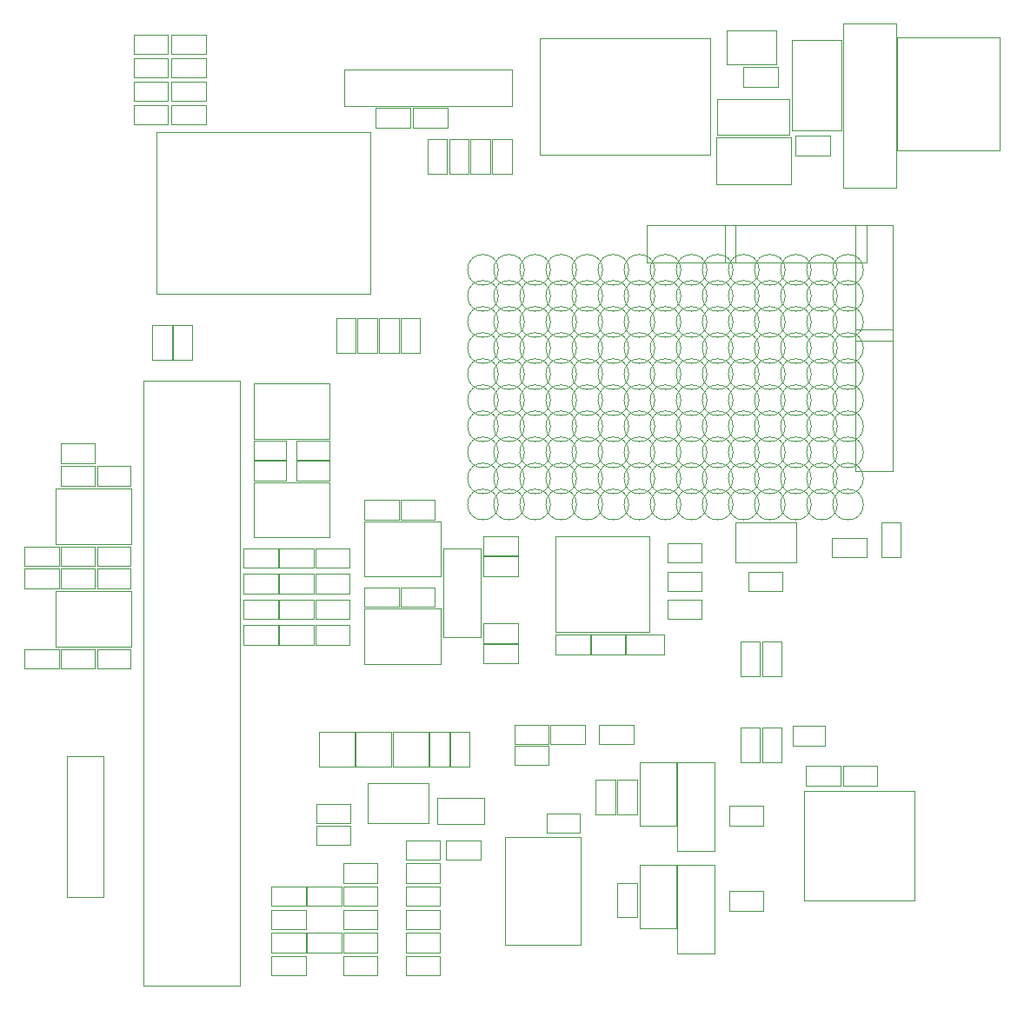
<source format=gbr>
%TF.GenerationSoftware,KiCad,Pcbnew,7.0.7*%
%TF.CreationDate,2024-01-30T18:09:48+01:00*%
%TF.ProjectId,v0.4.4c,76302e34-2e34-4632-9e6b-696361645f70,4c*%
%TF.SameCoordinates,Original*%
%TF.FileFunction,Other,User*%
%FSLAX46Y46*%
G04 Gerber Fmt 4.6, Leading zero omitted, Abs format (unit mm)*
G04 Created by KiCad (PCBNEW 7.0.7) date 2024-01-30 18:09:48*
%MOMM*%
%LPD*%
G01*
G04 APERTURE LIST*
%ADD10C,0.050000*%
%ADD11C,0.100000*%
G04 APERTURE END LIST*
D10*
X139520000Y-130450000D02*
X142880000Y-130450000D01*
X139520000Y-132350000D02*
X139520000Y-130450000D01*
X142880000Y-130450000D02*
X142880000Y-132350000D01*
X142880000Y-132350000D02*
X139520000Y-132350000D01*
X143920000Y-115650000D02*
X147280000Y-115650000D01*
X143920000Y-117550000D02*
X143920000Y-115650000D01*
X147280000Y-115650000D02*
X147280000Y-117550000D01*
X147280000Y-117550000D02*
X143920000Y-117550000D01*
X139520000Y-125950000D02*
X142880000Y-125950000D01*
X139520000Y-127850000D02*
X139520000Y-125950000D01*
X142880000Y-125950000D02*
X142880000Y-127850000D01*
X142880000Y-127850000D02*
X139520000Y-127850000D01*
X139520000Y-128200000D02*
X142880000Y-128200000D01*
X139520000Y-130100000D02*
X139520000Y-128200000D01*
X142880000Y-128200000D02*
X142880000Y-130100000D01*
X142880000Y-130100000D02*
X139520000Y-130100000D01*
X139520000Y-123700000D02*
X142880000Y-123700000D01*
X139520000Y-125600000D02*
X139520000Y-123700000D01*
X142880000Y-123700000D02*
X142880000Y-125600000D01*
X142880000Y-125600000D02*
X139520000Y-125600000D01*
X152620000Y-125950000D02*
X155980000Y-125950000D01*
X152620000Y-127850000D02*
X152620000Y-125950000D01*
X155980000Y-125950000D02*
X155980000Y-127850000D01*
X155980000Y-127850000D02*
X152620000Y-127850000D01*
X152620000Y-128200000D02*
X155980000Y-128200000D01*
X152620000Y-130100000D02*
X152620000Y-128200000D01*
X155980000Y-128200000D02*
X155980000Y-130100000D01*
X155980000Y-130100000D02*
X152620000Y-130100000D01*
X152620000Y-123700000D02*
X155980000Y-123700000D01*
X152620000Y-125600000D02*
X152620000Y-123700000D01*
X155980000Y-123700000D02*
X155980000Y-125600000D01*
X155980000Y-125600000D02*
X152620000Y-125600000D01*
X198580000Y-113850000D02*
X195220000Y-113850000D01*
X198580000Y-111950000D02*
X198580000Y-113850000D01*
X195220000Y-113850000D02*
X195220000Y-111950000D01*
X195220000Y-111950000D02*
X198580000Y-111950000D01*
X190259000Y-50037500D02*
X190259000Y-41237500D01*
X195059000Y-50037500D02*
X190259000Y-50037500D01*
X190259000Y-41237500D02*
X195059000Y-41237500D01*
X195059000Y-41237500D02*
X195059000Y-50037500D01*
X147180000Y-95150000D02*
X143820000Y-95150000D01*
X147180000Y-93250000D02*
X147180000Y-95150000D01*
X143820000Y-95150000D02*
X143820000Y-93250000D01*
X143820000Y-93250000D02*
X147180000Y-93250000D01*
X147180000Y-92650000D02*
X143820000Y-92650000D01*
X147180000Y-90750000D02*
X147180000Y-92650000D01*
X143820000Y-92650000D02*
X143820000Y-90750000D01*
X143820000Y-90750000D02*
X147180000Y-90750000D01*
X122380000Y-94650000D02*
X119020000Y-94650000D01*
X122380000Y-92750000D02*
X122380000Y-94650000D01*
X119020000Y-94650000D02*
X119020000Y-92750000D01*
X119020000Y-92750000D02*
X122380000Y-92750000D01*
X122380000Y-102450000D02*
X119020000Y-102450000D01*
X122380000Y-100550000D02*
X122380000Y-102450000D01*
X119020000Y-102450000D02*
X119020000Y-100550000D01*
X119020000Y-100550000D02*
X122380000Y-100550000D01*
X122380000Y-84650000D02*
X119020000Y-84650000D01*
X122380000Y-82750000D02*
X122380000Y-84650000D01*
X119020000Y-84650000D02*
X119020000Y-82750000D01*
X119020000Y-82750000D02*
X122380000Y-82750000D01*
X122380000Y-92450000D02*
X119020000Y-92450000D01*
X122380000Y-90550000D02*
X122380000Y-92450000D01*
X119020000Y-92450000D02*
X119020000Y-90550000D01*
X119020000Y-90550000D02*
X122380000Y-90550000D01*
X125800000Y-84650000D02*
X125800000Y-82750000D01*
X125800000Y-84650000D02*
X122600000Y-84650000D01*
X125800000Y-82750000D02*
X122600000Y-82750000D01*
X122600000Y-84650000D02*
X122600000Y-82750000D01*
X129782500Y-42992000D02*
X133142500Y-42992000D01*
X129782500Y-44892000D02*
X129782500Y-42992000D01*
X133142500Y-42992000D02*
X133142500Y-44892000D01*
X133142500Y-44892000D02*
X129782500Y-44892000D01*
X118880000Y-94650000D02*
X115520000Y-94650000D01*
X118880000Y-92750000D02*
X118880000Y-94650000D01*
X115520000Y-94650000D02*
X115520000Y-92750000D01*
X115520000Y-92750000D02*
X118880000Y-92750000D01*
X118880000Y-102450000D02*
X115520000Y-102450000D01*
X118880000Y-100550000D02*
X118880000Y-102450000D01*
X115520000Y-102450000D02*
X115520000Y-100550000D01*
X115520000Y-100550000D02*
X118880000Y-100550000D01*
X140320000Y-93250000D02*
X143680000Y-93250000D01*
X140320000Y-95150000D02*
X140320000Y-93250000D01*
X143680000Y-93250000D02*
X143680000Y-95150000D01*
X143680000Y-95150000D02*
X140320000Y-95150000D01*
X136820000Y-93250000D02*
X140180000Y-93250000D01*
X136820000Y-95150000D02*
X136820000Y-93250000D01*
X140180000Y-93250000D02*
X140180000Y-95150000D01*
X140180000Y-95150000D02*
X136820000Y-95150000D01*
X136820000Y-90750000D02*
X140180000Y-90750000D01*
X136820000Y-92650000D02*
X136820000Y-90750000D01*
X140180000Y-90750000D02*
X140180000Y-92650000D01*
X140180000Y-92650000D02*
X136820000Y-92650000D01*
X133180000Y-47178000D02*
X129820000Y-47178000D01*
X133180000Y-45278000D02*
X133180000Y-47178000D01*
X129820000Y-47178000D02*
X129820000Y-45278000D01*
X129820000Y-45278000D02*
X133180000Y-45278000D01*
X181480000Y-97650000D02*
X178120000Y-97650000D01*
X181480000Y-95750000D02*
X181480000Y-97650000D01*
X178120000Y-97650000D02*
X178120000Y-95750000D01*
X178120000Y-95750000D02*
X181480000Y-95750000D01*
X160220000Y-100050000D02*
X163580000Y-100050000D01*
X160220000Y-101950000D02*
X160220000Y-100050000D01*
X163580000Y-100050000D02*
X163580000Y-101950000D01*
X163580000Y-101950000D02*
X160220000Y-101950000D01*
X160220000Y-98050000D02*
X163580000Y-98050000D01*
X160220000Y-99950000D02*
X160220000Y-98050000D01*
X163580000Y-98050000D02*
X163580000Y-99950000D01*
X163580000Y-99950000D02*
X160220000Y-99950000D01*
X122380000Y-82450000D02*
X119020000Y-82450000D01*
X122380000Y-80550000D02*
X122380000Y-82450000D01*
X119020000Y-82450000D02*
X119020000Y-80550000D01*
X119020000Y-80550000D02*
X122380000Y-80550000D01*
X118880000Y-92450000D02*
X115520000Y-92450000D01*
X118880000Y-90550000D02*
X118880000Y-92450000D01*
X115520000Y-92450000D02*
X115520000Y-90550000D01*
X115520000Y-90550000D02*
X118880000Y-90550000D01*
X140320000Y-98250000D02*
X143680000Y-98250000D01*
X140320000Y-100150000D02*
X140320000Y-98250000D01*
X143680000Y-98250000D02*
X143680000Y-100150000D01*
X143680000Y-100150000D02*
X140320000Y-100150000D01*
X136820000Y-98250000D02*
X140180000Y-98250000D01*
X136820000Y-100150000D02*
X136820000Y-98250000D01*
X140180000Y-98250000D02*
X140180000Y-100150000D01*
X140180000Y-100150000D02*
X136820000Y-100150000D01*
X136820000Y-95750000D02*
X140180000Y-95750000D01*
X136820000Y-97650000D02*
X136820000Y-95750000D01*
X140180000Y-95750000D02*
X140180000Y-97650000D01*
X140180000Y-97650000D02*
X136820000Y-97650000D01*
X163220000Y-109950000D02*
X166580000Y-109950000D01*
X163220000Y-111850000D02*
X163220000Y-109950000D01*
X166580000Y-109950000D02*
X166580000Y-111850000D01*
X166580000Y-111850000D02*
X163220000Y-111850000D01*
X170080000Y-109850000D02*
X166720000Y-109850000D01*
X170080000Y-107950000D02*
X170080000Y-109850000D01*
X166720000Y-109850000D02*
X166720000Y-107950000D01*
X166720000Y-107950000D02*
X170080000Y-107950000D01*
X150050000Y-71680000D02*
X150050000Y-68320000D01*
X151950000Y-71680000D02*
X150050000Y-71680000D01*
X150050000Y-68320000D02*
X151950000Y-68320000D01*
X151950000Y-68320000D02*
X151950000Y-71680000D01*
X152150000Y-71680000D02*
X152150000Y-68320000D01*
X154050000Y-71680000D02*
X152150000Y-71680000D01*
X152150000Y-68320000D02*
X154050000Y-68320000D01*
X154050000Y-68320000D02*
X154050000Y-71680000D01*
X154750000Y-54280000D02*
X154750000Y-50920000D01*
X156650000Y-54280000D02*
X154750000Y-54280000D01*
X154750000Y-50920000D02*
X156650000Y-50920000D01*
X156650000Y-50920000D02*
X156650000Y-54280000D01*
X158750000Y-50920000D02*
X158750000Y-54280000D01*
X156850000Y-50920000D02*
X158750000Y-50920000D01*
X158750000Y-54280000D02*
X156850000Y-54280000D01*
X156850000Y-54280000D02*
X156850000Y-50920000D01*
X154950000Y-111980000D02*
X154950000Y-108620000D01*
X156850000Y-111980000D02*
X154950000Y-111980000D01*
X154950000Y-108620000D02*
X156850000Y-108620000D01*
X156850000Y-108620000D02*
X156850000Y-111980000D01*
X153080000Y-49750000D02*
X149720000Y-49750000D01*
X153080000Y-47850000D02*
X153080000Y-49750000D01*
X149720000Y-49750000D02*
X149720000Y-47850000D01*
X149720000Y-47850000D02*
X153080000Y-47850000D01*
X156680000Y-49750000D02*
X153320000Y-49750000D01*
X156680000Y-47850000D02*
X156680000Y-49750000D01*
X153320000Y-49750000D02*
X153320000Y-47850000D01*
X153320000Y-47850000D02*
X156680000Y-47850000D01*
X145200000Y-80100000D02*
X145200000Y-74700000D01*
X145200000Y-74700000D02*
X137800000Y-74700000D01*
X137800000Y-80100000D02*
X145200000Y-80100000D01*
X137800000Y-74700000D02*
X137800000Y-80100000D01*
X125800000Y-94650000D02*
X125800000Y-92750000D01*
X125800000Y-94650000D02*
X122600000Y-94650000D01*
X125800000Y-92750000D02*
X122600000Y-92750000D01*
X122600000Y-94650000D02*
X122600000Y-92750000D01*
X125800000Y-102450000D02*
X125800000Y-100550000D01*
X125800000Y-102450000D02*
X122600000Y-102450000D01*
X125800000Y-100550000D02*
X122600000Y-100550000D01*
X122600000Y-102450000D02*
X122600000Y-100550000D01*
X149880000Y-127850000D02*
X146520000Y-127850000D01*
X149880000Y-125950000D02*
X149880000Y-127850000D01*
X146520000Y-127850000D02*
X146520000Y-125950000D01*
X146520000Y-125950000D02*
X149880000Y-125950000D01*
X173050000Y-113320000D02*
X173050000Y-116680000D01*
X171150000Y-113320000D02*
X173050000Y-113320000D01*
X173050000Y-116680000D02*
X171150000Y-116680000D01*
X171150000Y-116680000D02*
X171150000Y-113320000D01*
X143020000Y-123700000D02*
X146380000Y-123700000D01*
X143020000Y-125600000D02*
X143020000Y-123700000D01*
X146380000Y-123700000D02*
X146380000Y-125600000D01*
X146380000Y-125600000D02*
X143020000Y-125600000D01*
X143020000Y-128200000D02*
X146380000Y-128200000D01*
X143020000Y-130100000D02*
X143020000Y-128200000D01*
X146380000Y-128200000D02*
X146380000Y-130100000D01*
X146380000Y-130100000D02*
X143020000Y-130100000D01*
X149880000Y-123350000D02*
X146520000Y-123350000D01*
X149880000Y-121450000D02*
X149880000Y-123350000D01*
X146520000Y-123350000D02*
X146520000Y-121450000D01*
X146520000Y-121450000D02*
X149880000Y-121450000D01*
X173250000Y-126680000D02*
X173250000Y-123320000D01*
X175150000Y-126680000D02*
X173250000Y-126680000D01*
X173250000Y-123320000D02*
X175150000Y-123320000D01*
X175150000Y-123320000D02*
X175150000Y-126680000D01*
X149880000Y-130100000D02*
X146520000Y-130100000D01*
X149880000Y-128200000D02*
X149880000Y-130100000D01*
X146520000Y-130100000D02*
X146520000Y-128200000D01*
X146520000Y-128200000D02*
X149880000Y-128200000D01*
X149880000Y-125600000D02*
X146520000Y-125600000D01*
X149880000Y-123700000D02*
X149880000Y-125600000D01*
X146520000Y-125600000D02*
X146520000Y-123700000D01*
X146520000Y-123700000D02*
X149880000Y-123700000D01*
X152620000Y-130450000D02*
X155980000Y-130450000D01*
X152620000Y-132350000D02*
X152620000Y-130450000D01*
X155980000Y-130450000D02*
X155980000Y-132350000D01*
X155980000Y-132350000D02*
X152620000Y-132350000D01*
X129850000Y-69020000D02*
X129850000Y-72380000D01*
X127950000Y-69020000D02*
X129850000Y-69020000D01*
X129850000Y-72380000D02*
X127950000Y-72380000D01*
X127950000Y-72380000D02*
X127950000Y-69020000D01*
X131850000Y-69020000D02*
X131850000Y-72380000D01*
X129950000Y-69020000D02*
X131850000Y-69020000D01*
X131850000Y-72380000D02*
X129950000Y-72380000D01*
X129950000Y-72380000D02*
X129950000Y-69020000D01*
X162300000Y-118850000D02*
X162300000Y-129350000D01*
X162300000Y-118850000D02*
X169700000Y-118850000D01*
X162300000Y-129350000D02*
X169700000Y-129350000D01*
X169700000Y-118850000D02*
X169700000Y-129350000D01*
X141000000Y-84150000D02*
X141000000Y-82250000D01*
X141000000Y-84150000D02*
X137800000Y-84150000D01*
X141000000Y-82250000D02*
X137800000Y-82250000D01*
X137800000Y-84150000D02*
X137800000Y-82250000D01*
X145200000Y-84150000D02*
X145200000Y-82250000D01*
X145200000Y-84150000D02*
X142000000Y-84150000D01*
X145200000Y-82250000D02*
X142000000Y-82250000D01*
X142000000Y-84150000D02*
X142000000Y-82250000D01*
X155980000Y-123350000D02*
X152620000Y-123350000D01*
X155980000Y-121450000D02*
X155980000Y-123350000D01*
X152620000Y-123350000D02*
X152620000Y-121450000D01*
X152620000Y-121450000D02*
X155980000Y-121450000D01*
X140320000Y-95750000D02*
X143680000Y-95750000D01*
X140320000Y-97650000D02*
X140320000Y-95750000D01*
X143680000Y-95750000D02*
X143680000Y-97650000D01*
X143680000Y-97650000D02*
X140320000Y-97650000D01*
X146680000Y-47700000D02*
X162980000Y-47700000D01*
X162980000Y-47700000D02*
X162980000Y-44100000D01*
X146680000Y-44100000D02*
X146680000Y-47700000D01*
X162980000Y-44100000D02*
X146680000Y-44100000D01*
X189250000Y-99820000D02*
X189250000Y-103180000D01*
X187350000Y-99820000D02*
X189250000Y-99820000D01*
X189250000Y-103180000D02*
X187350000Y-103180000D01*
X187350000Y-103180000D02*
X187350000Y-99820000D01*
X141000000Y-82150000D02*
X141000000Y-80250000D01*
X141000000Y-82150000D02*
X137800000Y-82150000D01*
X141000000Y-80250000D02*
X137800000Y-80250000D01*
X137800000Y-82150000D02*
X137800000Y-80250000D01*
X189250000Y-108220000D02*
X189250000Y-111580000D01*
X187350000Y-108220000D02*
X189250000Y-108220000D01*
X189250000Y-111580000D02*
X187350000Y-111580000D01*
X187350000Y-111580000D02*
X187350000Y-108220000D01*
X187150000Y-108220000D02*
X187150000Y-111580000D01*
X185250000Y-108220000D02*
X187150000Y-108220000D01*
X187150000Y-111580000D02*
X185250000Y-111580000D01*
X185250000Y-111580000D02*
X185250000Y-108220000D01*
X147180000Y-100150000D02*
X143820000Y-100150000D01*
X147180000Y-98250000D02*
X147180000Y-100150000D01*
X143820000Y-100150000D02*
X143820000Y-98250000D01*
X143820000Y-98250000D02*
X147180000Y-98250000D01*
X147180000Y-97650000D02*
X143820000Y-97650000D01*
X147180000Y-95750000D02*
X147180000Y-97650000D01*
X143820000Y-97650000D02*
X143820000Y-95750000D01*
X143820000Y-95750000D02*
X147180000Y-95750000D01*
X125800000Y-92450000D02*
X125800000Y-90550000D01*
X125800000Y-92450000D02*
X122600000Y-92450000D01*
X125800000Y-90550000D02*
X122600000Y-90550000D01*
X122600000Y-92450000D02*
X122600000Y-90550000D01*
X193500000Y-109950000D02*
X193500000Y-108050000D01*
X193500000Y-109950000D02*
X190300000Y-109950000D01*
X193500000Y-108050000D02*
X190300000Y-108050000D01*
X190300000Y-109950000D02*
X190300000Y-108050000D01*
X187480000Y-117750000D02*
X184120000Y-117750000D01*
X187480000Y-115850000D02*
X187480000Y-117750000D01*
X184120000Y-117750000D02*
X184120000Y-115850000D01*
X184120000Y-115850000D02*
X187480000Y-115850000D01*
X187480000Y-126050000D02*
X184120000Y-126050000D01*
X187480000Y-124150000D02*
X187480000Y-126050000D01*
X184120000Y-126050000D02*
X184120000Y-124150000D01*
X184120000Y-124150000D02*
X187480000Y-124150000D01*
X167220000Y-99150000D02*
X170580000Y-99150000D01*
X167220000Y-101050000D02*
X167220000Y-99150000D01*
X170580000Y-99150000D02*
X170580000Y-101050000D01*
X170580000Y-101050000D02*
X167220000Y-101050000D01*
X174017500Y-101050000D02*
X170657500Y-101050000D01*
X174017500Y-99150000D02*
X174017500Y-101050000D01*
X170657500Y-101050000D02*
X170657500Y-99150000D01*
X170657500Y-99150000D02*
X174017500Y-99150000D01*
X147950000Y-71680000D02*
X147950000Y-68320000D01*
X149850000Y-71680000D02*
X147950000Y-71680000D01*
X147950000Y-68320000D02*
X149850000Y-68320000D01*
X149850000Y-68320000D02*
X149850000Y-71680000D01*
X145850000Y-71680000D02*
X145850000Y-68320000D01*
X147750000Y-71680000D02*
X145850000Y-71680000D01*
X145850000Y-68320000D02*
X147750000Y-68320000D01*
X147750000Y-68320000D02*
X147750000Y-71680000D01*
X158950000Y-54280000D02*
X158950000Y-50920000D01*
X160850000Y-54280000D02*
X158950000Y-54280000D01*
X158950000Y-50920000D02*
X160850000Y-50920000D01*
X160850000Y-50920000D02*
X160850000Y-54280000D01*
X162950000Y-50920000D02*
X162950000Y-54280000D01*
X161050000Y-50920000D02*
X162950000Y-50920000D01*
X162950000Y-54280000D02*
X161050000Y-54280000D01*
X161050000Y-54280000D02*
X161050000Y-50920000D01*
X185250000Y-103180000D02*
X185250000Y-99820000D01*
X187150000Y-103180000D02*
X185250000Y-103180000D01*
X185250000Y-99820000D02*
X187150000Y-99820000D01*
X187150000Y-99820000D02*
X187150000Y-103180000D01*
X118500000Y-94900000D02*
X118500000Y-100300000D01*
X118500000Y-100300000D02*
X125900000Y-100300000D01*
X125900000Y-94900000D02*
X118500000Y-94900000D01*
X125900000Y-100300000D02*
X125900000Y-94900000D01*
X118500000Y-84900000D02*
X118500000Y-90300000D01*
X118500000Y-90300000D02*
X125900000Y-90300000D01*
X125900000Y-84900000D02*
X118500000Y-84900000D01*
X125900000Y-90300000D02*
X125900000Y-84900000D01*
X156030000Y-102000000D02*
X156030000Y-96600000D01*
X156030000Y-102000000D02*
X148570000Y-102000000D01*
X156030000Y-96600000D02*
X148570000Y-96600000D01*
X148570000Y-102000000D02*
X148570000Y-96600000D01*
X145200000Y-89700000D02*
X145200000Y-84300000D01*
X145200000Y-84300000D02*
X137800000Y-84300000D01*
X137800000Y-89700000D02*
X145200000Y-89700000D01*
X137800000Y-84300000D02*
X137800000Y-89700000D01*
X183000000Y-47000000D02*
X190000000Y-47000000D01*
X183000000Y-50500000D02*
X183000000Y-47000000D01*
X190000000Y-47000000D02*
X190000000Y-50500000D01*
X190000000Y-50500000D02*
X183000000Y-50500000D01*
X182850000Y-50750000D02*
X190150000Y-50750000D01*
X182850000Y-55250000D02*
X182850000Y-50750000D01*
X190150000Y-50750000D02*
X190150000Y-55250000D01*
X190150000Y-55250000D02*
X182850000Y-55250000D01*
D11*
X176400000Y-98900000D02*
X167200000Y-98900000D01*
X176400000Y-89600000D02*
X176400000Y-98900000D01*
X167200000Y-98900000D02*
X167200000Y-89600000D01*
X167200000Y-89600000D02*
X176400000Y-89600000D01*
D10*
X182320000Y-52400000D02*
X182320000Y-41100000D01*
X182320000Y-41100000D02*
X165680000Y-41100000D01*
X165680000Y-52400000D02*
X182320000Y-52400000D01*
X165680000Y-41100000D02*
X165680000Y-52400000D01*
X148620000Y-94550000D02*
X151980000Y-94550000D01*
X148620000Y-96450000D02*
X148620000Y-94550000D01*
X151980000Y-94550000D02*
X151980000Y-96450000D01*
X151980000Y-96450000D02*
X148620000Y-96450000D01*
X155480000Y-96450000D02*
X152120000Y-96450000D01*
X155480000Y-94550000D02*
X155480000Y-96450000D01*
X152120000Y-96450000D02*
X152120000Y-94550000D01*
X152120000Y-94550000D02*
X155480000Y-94550000D01*
X148620000Y-86050000D02*
X151980000Y-86050000D01*
X148620000Y-87950000D02*
X148620000Y-86050000D01*
X151980000Y-86050000D02*
X151980000Y-87950000D01*
X151980000Y-87950000D02*
X148620000Y-87950000D01*
X155480000Y-87950000D02*
X152120000Y-87950000D01*
X155480000Y-86050000D02*
X155480000Y-87950000D01*
X152120000Y-87950000D02*
X152120000Y-86050000D01*
X152120000Y-86050000D02*
X155480000Y-86050000D01*
X145200000Y-82150000D02*
X145200000Y-80250000D01*
X145200000Y-82150000D02*
X142000000Y-82150000D01*
X145200000Y-80250000D02*
X142000000Y-80250000D01*
X142000000Y-82150000D02*
X142000000Y-80250000D01*
X191400000Y-125050000D02*
X202200000Y-125050000D01*
X202200000Y-125050000D02*
X202200000Y-114350000D01*
X191400000Y-114350000D02*
X191400000Y-125050000D01*
X202200000Y-114350000D02*
X191400000Y-114350000D01*
X200500000Y-52000000D02*
X210500000Y-52000000D01*
X210500000Y-52000000D02*
X210500000Y-41000000D01*
X200500000Y-41000000D02*
X200500000Y-52000000D01*
X210500000Y-41000000D02*
X200500000Y-41000000D01*
X154850000Y-108600000D02*
X154850000Y-112000000D01*
X151350000Y-108600000D02*
X154850000Y-108600000D01*
X154850000Y-112000000D02*
X151350000Y-112000000D01*
X151350000Y-112000000D02*
X151350000Y-108600000D01*
X147650000Y-108600000D02*
X147650000Y-112000000D01*
X144150000Y-108600000D02*
X147650000Y-108600000D01*
X147650000Y-112000000D02*
X144150000Y-112000000D01*
X144150000Y-112000000D02*
X144150000Y-108600000D01*
X151250000Y-108600000D02*
X151250000Y-112000000D01*
X147750000Y-108600000D02*
X151250000Y-108600000D01*
X151250000Y-112000000D02*
X147750000Y-112000000D01*
X147750000Y-112000000D02*
X147750000Y-108600000D01*
X200055000Y-83200000D02*
X200055000Y-69450000D01*
X200055000Y-69450000D02*
X196455000Y-69450000D01*
X196455000Y-83200000D02*
X200055000Y-83200000D01*
X196455000Y-69450000D02*
X196455000Y-83200000D01*
X181480000Y-94950000D02*
X178120000Y-94950000D01*
X181480000Y-93050000D02*
X181480000Y-94950000D01*
X178120000Y-94950000D02*
X178120000Y-93050000D01*
X178120000Y-93050000D02*
X181480000Y-93050000D01*
X178120000Y-90250000D02*
X181480000Y-90250000D01*
X178120000Y-92150000D02*
X178120000Y-90250000D01*
X181480000Y-90250000D02*
X181480000Y-92150000D01*
X181480000Y-92150000D02*
X178120000Y-92150000D01*
X183859000Y-40260000D02*
X188759000Y-40260000D01*
X183859000Y-43560000D02*
X183859000Y-40260000D01*
X188759000Y-40260000D02*
X188759000Y-43560000D01*
X188759000Y-43560000D02*
X183859000Y-43560000D01*
X195250000Y-55650000D02*
X200450000Y-55650000D01*
X195250000Y-55650000D02*
X195250000Y-39650000D01*
X200450000Y-55650000D02*
X200450000Y-39650000D01*
X195250000Y-39650000D02*
X200450000Y-39650000D01*
X190620000Y-50550000D02*
X193980000Y-50550000D01*
X190620000Y-52450000D02*
X190620000Y-50550000D01*
X193980000Y-50550000D02*
X193980000Y-52450000D01*
X193980000Y-52450000D02*
X190620000Y-52450000D01*
X185518000Y-43881000D02*
X188878000Y-43881000D01*
X185518000Y-45781000D02*
X185518000Y-43881000D01*
X188878000Y-43881000D02*
X188878000Y-45781000D01*
X188878000Y-45781000D02*
X185518000Y-45781000D01*
X159900000Y-99400000D02*
X159900000Y-90750000D01*
X159900000Y-90750000D02*
X156300000Y-90750000D01*
X156300000Y-99400000D02*
X159900000Y-99400000D01*
X156300000Y-90750000D02*
X156300000Y-99400000D01*
X179100000Y-111600000D02*
X179100000Y-120250000D01*
X179100000Y-120250000D02*
X182700000Y-120250000D01*
X182700000Y-111600000D02*
X179100000Y-111600000D01*
X182700000Y-120250000D02*
X182700000Y-111600000D01*
X175400000Y-111600000D02*
X175400000Y-117750000D01*
X175400000Y-117750000D02*
X179000000Y-117750000D01*
X179000000Y-111600000D02*
X175400000Y-111600000D01*
X179000000Y-117750000D02*
X179000000Y-111600000D01*
X175400000Y-121600000D02*
X175400000Y-127750000D01*
X175400000Y-127750000D02*
X179000000Y-127750000D01*
X179000000Y-121600000D02*
X175400000Y-121600000D01*
X179000000Y-127750000D02*
X179000000Y-121600000D01*
X173250000Y-116680000D02*
X173250000Y-113320000D01*
X175150000Y-116680000D02*
X173250000Y-116680000D01*
X173250000Y-113320000D02*
X175150000Y-113320000D01*
X175150000Y-113320000D02*
X175150000Y-116680000D01*
X129820000Y-47564000D02*
X133180000Y-47564000D01*
X129820000Y-49464000D02*
X129820000Y-47564000D01*
X133180000Y-47564000D02*
X133180000Y-49464000D01*
X133180000Y-49464000D02*
X129820000Y-49464000D01*
X149880000Y-132350000D02*
X146520000Y-132350000D01*
X149880000Y-130450000D02*
X149880000Y-132350000D01*
X146520000Y-132350000D02*
X146520000Y-130450000D01*
X146520000Y-130450000D02*
X149880000Y-130450000D01*
X127090000Y-74390000D02*
X136450000Y-74390000D01*
X127090000Y-133350000D02*
X127090000Y-74390000D01*
X136450000Y-74390000D02*
X136450000Y-133350000D01*
X136450000Y-133350000D02*
X127090000Y-133350000D01*
X179100000Y-121600000D02*
X179100000Y-130250000D01*
X179100000Y-130250000D02*
X182700000Y-130250000D01*
X182700000Y-121600000D02*
X179100000Y-121600000D01*
X182700000Y-130250000D02*
X182700000Y-121600000D01*
X156030000Y-93500000D02*
X156030000Y-88100000D01*
X156030000Y-93500000D02*
X148570000Y-93500000D01*
X156030000Y-88100000D02*
X148570000Y-88100000D01*
X148570000Y-93500000D02*
X148570000Y-88100000D01*
X160220000Y-89550000D02*
X163580000Y-89550000D01*
X160220000Y-91450000D02*
X160220000Y-89550000D01*
X163580000Y-89550000D02*
X163580000Y-91450000D01*
X163580000Y-91450000D02*
X160220000Y-91450000D01*
X160220000Y-91550000D02*
X163580000Y-91550000D01*
X160220000Y-93450000D02*
X160220000Y-91550000D01*
X163580000Y-91550000D02*
X163580000Y-93450000D01*
X163580000Y-93450000D02*
X160220000Y-93450000D01*
X133180000Y-42606000D02*
X129820000Y-42606000D01*
X133180000Y-40706000D02*
X133180000Y-42606000D01*
X129820000Y-42606000D02*
X129820000Y-40706000D01*
X129820000Y-40706000D02*
X133180000Y-40706000D01*
X147280000Y-119650000D02*
X143920000Y-119650000D01*
X147280000Y-117750000D02*
X147280000Y-119650000D01*
X143920000Y-119650000D02*
X143920000Y-117750000D01*
X143920000Y-117750000D02*
X147280000Y-117750000D01*
X140320000Y-90750000D02*
X143680000Y-90750000D01*
X140320000Y-92650000D02*
X140320000Y-90750000D01*
X143680000Y-90750000D02*
X143680000Y-92650000D01*
X143680000Y-92650000D02*
X140320000Y-92650000D01*
X166580000Y-109850000D02*
X163220000Y-109850000D01*
X166580000Y-107950000D02*
X166580000Y-109850000D01*
X163220000Y-109850000D02*
X163220000Y-107950000D01*
X163220000Y-107950000D02*
X166580000Y-107950000D01*
X126120000Y-47564000D02*
X129480000Y-47564000D01*
X126120000Y-49464000D02*
X126120000Y-47564000D01*
X129480000Y-47564000D02*
X129480000Y-49464000D01*
X129480000Y-49464000D02*
X126120000Y-49464000D01*
X126120000Y-45278000D02*
X129480000Y-45278000D01*
X126120000Y-47178000D02*
X126120000Y-45278000D01*
X129480000Y-45278000D02*
X129480000Y-47178000D01*
X129480000Y-47178000D02*
X126120000Y-47178000D01*
X126120000Y-40706000D02*
X129480000Y-40706000D01*
X126120000Y-42606000D02*
X126120000Y-40706000D01*
X129480000Y-40706000D02*
X129480000Y-42606000D01*
X129480000Y-42606000D02*
X126120000Y-42606000D01*
X126120000Y-42992000D02*
X129480000Y-42992000D01*
X126120000Y-44892000D02*
X126120000Y-42992000D01*
X129480000Y-42992000D02*
X129480000Y-44892000D01*
X129480000Y-44892000D02*
X126120000Y-44892000D01*
X128380000Y-65930000D02*
X149200000Y-65930000D01*
X128380000Y-65930000D02*
X128380000Y-50190000D01*
X149200000Y-50190000D02*
X149200000Y-65930000D01*
X149200000Y-50190000D02*
X128380000Y-50190000D01*
X156950000Y-111980000D02*
X156950000Y-108620000D01*
X158850000Y-111980000D02*
X156950000Y-111980000D01*
X156950000Y-108620000D02*
X158850000Y-108620000D01*
X158850000Y-108620000D02*
X158850000Y-111980000D01*
X191620000Y-111950000D02*
X194980000Y-111950000D01*
X191620000Y-113850000D02*
X191620000Y-111950000D01*
X194980000Y-111950000D02*
X194980000Y-113850000D01*
X194980000Y-113850000D02*
X191620000Y-113850000D01*
X185982500Y-93050000D02*
X189342500Y-93050000D01*
X185982500Y-94950000D02*
X185982500Y-93050000D01*
X189342500Y-93050000D02*
X189342500Y-94950000D01*
X189342500Y-94950000D02*
X185982500Y-94950000D01*
X174075000Y-99150000D02*
X177775000Y-99150000D01*
X174075000Y-101050000D02*
X174075000Y-99150000D01*
X177775000Y-99150000D02*
X177775000Y-101050000D01*
X177775000Y-101050000D02*
X174075000Y-101050000D01*
X119612000Y-110976000D02*
X119612000Y-124726000D01*
X119612000Y-124726000D02*
X123212000Y-124726000D01*
X123212000Y-110976000D02*
X119612000Y-110976000D01*
X123212000Y-124726000D02*
X123212000Y-110976000D01*
X176135000Y-62880000D02*
X184785000Y-62880000D01*
X184785000Y-62880000D02*
X184785000Y-59280000D01*
X176135000Y-59280000D02*
X176135000Y-62880000D01*
X184785000Y-59280000D02*
X176135000Y-59280000D01*
X200055000Y-70500000D02*
X200055000Y-59300000D01*
X200055000Y-59300000D02*
X196455000Y-59300000D01*
X196455000Y-70500000D02*
X200055000Y-70500000D01*
X196455000Y-59300000D02*
X196455000Y-70500000D01*
X183755000Y-62880000D02*
X197505000Y-62880000D01*
X197505000Y-62880000D02*
X197505000Y-59280000D01*
X183755000Y-59280000D02*
X183755000Y-62880000D01*
X197505000Y-59280000D02*
X183755000Y-59280000D01*
X161655000Y-63620000D02*
G75*
G03*
X161655000Y-63620000I-1500000J0D01*
G01*
X164195000Y-63620000D02*
G75*
G03*
X164195000Y-63620000I-1500000J0D01*
G01*
X166735000Y-63620000D02*
G75*
G03*
X166735000Y-63620000I-1500000J0D01*
G01*
X169275000Y-63620000D02*
G75*
G03*
X169275000Y-63620000I-1500000J0D01*
G01*
X171815000Y-63620000D02*
G75*
G03*
X171815000Y-63620000I-1500000J0D01*
G01*
X174355000Y-63620000D02*
G75*
G03*
X174355000Y-63620000I-1500000J0D01*
G01*
X176895000Y-63620000D02*
G75*
G03*
X176895000Y-63620000I-1500000J0D01*
G01*
X179435000Y-63620000D02*
G75*
G03*
X179435000Y-63620000I-1500000J0D01*
G01*
X181975000Y-63620000D02*
G75*
G03*
X181975000Y-63620000I-1500000J0D01*
G01*
X184515000Y-63620000D02*
G75*
G03*
X184515000Y-63620000I-1500000J0D01*
G01*
X187055000Y-63620000D02*
G75*
G03*
X187055000Y-63620000I-1500000J0D01*
G01*
X189595000Y-63620000D02*
G75*
G03*
X189595000Y-63620000I-1500000J0D01*
G01*
X192135000Y-63620000D02*
G75*
G03*
X192135000Y-63620000I-1500000J0D01*
G01*
X194675000Y-63620000D02*
G75*
G03*
X194675000Y-63620000I-1500000J0D01*
G01*
X197215000Y-63620000D02*
G75*
G03*
X197215000Y-63620000I-1500000J0D01*
G01*
X161655000Y-66160000D02*
G75*
G03*
X161655000Y-66160000I-1500000J0D01*
G01*
X164195000Y-66160000D02*
G75*
G03*
X164195000Y-66160000I-1500000J0D01*
G01*
X166735000Y-66160000D02*
G75*
G03*
X166735000Y-66160000I-1500000J0D01*
G01*
X169275000Y-66160000D02*
G75*
G03*
X169275000Y-66160000I-1500000J0D01*
G01*
X171815000Y-66160000D02*
G75*
G03*
X171815000Y-66160000I-1500000J0D01*
G01*
X174355000Y-66160000D02*
G75*
G03*
X174355000Y-66160000I-1500000J0D01*
G01*
X176895000Y-66160000D02*
G75*
G03*
X176895000Y-66160000I-1500000J0D01*
G01*
X179435000Y-66160000D02*
G75*
G03*
X179435000Y-66160000I-1500000J0D01*
G01*
X181975000Y-66160000D02*
G75*
G03*
X181975000Y-66160000I-1500000J0D01*
G01*
X184515000Y-66160000D02*
G75*
G03*
X184515000Y-66160000I-1500000J0D01*
G01*
X187055000Y-66160000D02*
G75*
G03*
X187055000Y-66160000I-1500000J0D01*
G01*
X189595000Y-66160000D02*
G75*
G03*
X189595000Y-66160000I-1500000J0D01*
G01*
X192135000Y-66160000D02*
G75*
G03*
X192135000Y-66160000I-1500000J0D01*
G01*
X194675000Y-66160000D02*
G75*
G03*
X194675000Y-66160000I-1500000J0D01*
G01*
X197215000Y-66160000D02*
G75*
G03*
X197215000Y-66160000I-1500000J0D01*
G01*
X161655000Y-68700000D02*
G75*
G03*
X161655000Y-68700000I-1500000J0D01*
G01*
X164195000Y-68700000D02*
G75*
G03*
X164195000Y-68700000I-1500000J0D01*
G01*
X166735000Y-68700000D02*
G75*
G03*
X166735000Y-68700000I-1500000J0D01*
G01*
X169275000Y-68700000D02*
G75*
G03*
X169275000Y-68700000I-1500000J0D01*
G01*
X171815000Y-68700000D02*
G75*
G03*
X171815000Y-68700000I-1500000J0D01*
G01*
X174355000Y-68700000D02*
G75*
G03*
X174355000Y-68700000I-1500000J0D01*
G01*
X176895000Y-68700000D02*
G75*
G03*
X176895000Y-68700000I-1500000J0D01*
G01*
X179435000Y-68700000D02*
G75*
G03*
X179435000Y-68700000I-1500000J0D01*
G01*
X181975000Y-68700000D02*
G75*
G03*
X181975000Y-68700000I-1500000J0D01*
G01*
X184515000Y-68700000D02*
G75*
G03*
X184515000Y-68700000I-1500000J0D01*
G01*
X187055000Y-68700000D02*
G75*
G03*
X187055000Y-68700000I-1500000J0D01*
G01*
X189595000Y-68700000D02*
G75*
G03*
X189595000Y-68700000I-1500000J0D01*
G01*
X192135000Y-68700000D02*
G75*
G03*
X192135000Y-68700000I-1500000J0D01*
G01*
X194675000Y-68700000D02*
G75*
G03*
X194675000Y-68700000I-1500000J0D01*
G01*
X197215000Y-68700000D02*
G75*
G03*
X197215000Y-68700000I-1500000J0D01*
G01*
X161655000Y-71240000D02*
G75*
G03*
X161655000Y-71240000I-1500000J0D01*
G01*
X164195000Y-71240000D02*
G75*
G03*
X164195000Y-71240000I-1500000J0D01*
G01*
X166735000Y-71240000D02*
G75*
G03*
X166735000Y-71240000I-1500000J0D01*
G01*
X169275000Y-71240000D02*
G75*
G03*
X169275000Y-71240000I-1500000J0D01*
G01*
X171815000Y-71240000D02*
G75*
G03*
X171815000Y-71240000I-1500000J0D01*
G01*
X174355000Y-71240000D02*
G75*
G03*
X174355000Y-71240000I-1500000J0D01*
G01*
X176895000Y-71240000D02*
G75*
G03*
X176895000Y-71240000I-1500000J0D01*
G01*
X179435000Y-71240000D02*
G75*
G03*
X179435000Y-71240000I-1500000J0D01*
G01*
X181975000Y-71240000D02*
G75*
G03*
X181975000Y-71240000I-1500000J0D01*
G01*
X184515000Y-71240000D02*
G75*
G03*
X184515000Y-71240000I-1500000J0D01*
G01*
X187055000Y-71240000D02*
G75*
G03*
X187055000Y-71240000I-1500000J0D01*
G01*
X189595000Y-71240000D02*
G75*
G03*
X189595000Y-71240000I-1500000J0D01*
G01*
X192135000Y-71240000D02*
G75*
G03*
X192135000Y-71240000I-1500000J0D01*
G01*
X194675000Y-71240000D02*
G75*
G03*
X194675000Y-71240000I-1500000J0D01*
G01*
X197215000Y-71240000D02*
G75*
G03*
X197215000Y-71240000I-1500000J0D01*
G01*
X161655000Y-73780000D02*
G75*
G03*
X161655000Y-73780000I-1500000J0D01*
G01*
X164195000Y-73780000D02*
G75*
G03*
X164195000Y-73780000I-1500000J0D01*
G01*
X166735000Y-73780000D02*
G75*
G03*
X166735000Y-73780000I-1500000J0D01*
G01*
X169275000Y-73780000D02*
G75*
G03*
X169275000Y-73780000I-1500000J0D01*
G01*
X171815000Y-73780000D02*
G75*
G03*
X171815000Y-73780000I-1500000J0D01*
G01*
X174355000Y-73780000D02*
G75*
G03*
X174355000Y-73780000I-1500000J0D01*
G01*
X176895000Y-73780000D02*
G75*
G03*
X176895000Y-73780000I-1500000J0D01*
G01*
X179435000Y-73780000D02*
G75*
G03*
X179435000Y-73780000I-1500000J0D01*
G01*
X181975000Y-73780000D02*
G75*
G03*
X181975000Y-73780000I-1500000J0D01*
G01*
X184515000Y-73780000D02*
G75*
G03*
X184515000Y-73780000I-1500000J0D01*
G01*
X187055000Y-73780000D02*
G75*
G03*
X187055000Y-73780000I-1500000J0D01*
G01*
X189595000Y-73780000D02*
G75*
G03*
X189595000Y-73780000I-1500000J0D01*
G01*
X192135000Y-73780000D02*
G75*
G03*
X192135000Y-73780000I-1500000J0D01*
G01*
X194675000Y-73780000D02*
G75*
G03*
X194675000Y-73780000I-1500000J0D01*
G01*
X197215000Y-73780000D02*
G75*
G03*
X197215000Y-73780000I-1500000J0D01*
G01*
X161655000Y-76320000D02*
G75*
G03*
X161655000Y-76320000I-1500000J0D01*
G01*
X164195000Y-76320000D02*
G75*
G03*
X164195000Y-76320000I-1500000J0D01*
G01*
X166735000Y-76320000D02*
G75*
G03*
X166735000Y-76320000I-1500000J0D01*
G01*
X169275000Y-76320000D02*
G75*
G03*
X169275000Y-76320000I-1500000J0D01*
G01*
X171815000Y-76320000D02*
G75*
G03*
X171815000Y-76320000I-1500000J0D01*
G01*
X174355000Y-76320000D02*
G75*
G03*
X174355000Y-76320000I-1500000J0D01*
G01*
X176895000Y-76320000D02*
G75*
G03*
X176895000Y-76320000I-1500000J0D01*
G01*
X179435000Y-76320000D02*
G75*
G03*
X179435000Y-76320000I-1500000J0D01*
G01*
X181975000Y-76320000D02*
G75*
G03*
X181975000Y-76320000I-1500000J0D01*
G01*
X184515000Y-76320000D02*
G75*
G03*
X184515000Y-76320000I-1500000J0D01*
G01*
X187055000Y-76320000D02*
G75*
G03*
X187055000Y-76320000I-1500000J0D01*
G01*
X189595000Y-76320000D02*
G75*
G03*
X189595000Y-76320000I-1500000J0D01*
G01*
X192135000Y-76320000D02*
G75*
G03*
X192135000Y-76320000I-1500000J0D01*
G01*
X194675000Y-76320000D02*
G75*
G03*
X194675000Y-76320000I-1500000J0D01*
G01*
X197215000Y-76320000D02*
G75*
G03*
X197215000Y-76320000I-1500000J0D01*
G01*
X161655000Y-78860000D02*
G75*
G03*
X161655000Y-78860000I-1500000J0D01*
G01*
X164195000Y-78860000D02*
G75*
G03*
X164195000Y-78860000I-1500000J0D01*
G01*
X166735000Y-78860000D02*
G75*
G03*
X166735000Y-78860000I-1500000J0D01*
G01*
X169275000Y-78860000D02*
G75*
G03*
X169275000Y-78860000I-1500000J0D01*
G01*
X171815000Y-78860000D02*
G75*
G03*
X171815000Y-78860000I-1500000J0D01*
G01*
X174355000Y-78860000D02*
G75*
G03*
X174355000Y-78860000I-1500000J0D01*
G01*
X176895000Y-78860000D02*
G75*
G03*
X176895000Y-78860000I-1500000J0D01*
G01*
X179435000Y-78860000D02*
G75*
G03*
X179435000Y-78860000I-1500000J0D01*
G01*
X181975000Y-78860000D02*
G75*
G03*
X181975000Y-78860000I-1500000J0D01*
G01*
X184515000Y-78860000D02*
G75*
G03*
X184515000Y-78860000I-1500000J0D01*
G01*
X187055000Y-78860000D02*
G75*
G03*
X187055000Y-78860000I-1500000J0D01*
G01*
X189595000Y-78860000D02*
G75*
G03*
X189595000Y-78860000I-1500000J0D01*
G01*
X192135000Y-78860000D02*
G75*
G03*
X192135000Y-78860000I-1500000J0D01*
G01*
X194675000Y-78860000D02*
G75*
G03*
X194675000Y-78860000I-1500000J0D01*
G01*
X197215000Y-78860000D02*
G75*
G03*
X197215000Y-78860000I-1500000J0D01*
G01*
X161655000Y-81400000D02*
G75*
G03*
X161655000Y-81400000I-1500000J0D01*
G01*
X164195000Y-81400000D02*
G75*
G03*
X164195000Y-81400000I-1500000J0D01*
G01*
X166735000Y-81400000D02*
G75*
G03*
X166735000Y-81400000I-1500000J0D01*
G01*
X169275000Y-81400000D02*
G75*
G03*
X169275000Y-81400000I-1500000J0D01*
G01*
X171815000Y-81400000D02*
G75*
G03*
X171815000Y-81400000I-1500000J0D01*
G01*
X174355000Y-81400000D02*
G75*
G03*
X174355000Y-81400000I-1500000J0D01*
G01*
X176895000Y-81400000D02*
G75*
G03*
X176895000Y-81400000I-1500000J0D01*
G01*
X179435000Y-81400000D02*
G75*
G03*
X179435000Y-81400000I-1500000J0D01*
G01*
X181975000Y-81400000D02*
G75*
G03*
X181975000Y-81400000I-1500000J0D01*
G01*
X184515000Y-81400000D02*
G75*
G03*
X184515000Y-81400000I-1500000J0D01*
G01*
X187055000Y-81400000D02*
G75*
G03*
X187055000Y-81400000I-1500000J0D01*
G01*
X189595000Y-81400000D02*
G75*
G03*
X189595000Y-81400000I-1500000J0D01*
G01*
X192135000Y-81400000D02*
G75*
G03*
X192135000Y-81400000I-1500000J0D01*
G01*
X194675000Y-81400000D02*
G75*
G03*
X194675000Y-81400000I-1500000J0D01*
G01*
X197215000Y-81400000D02*
G75*
G03*
X197215000Y-81400000I-1500000J0D01*
G01*
X161655000Y-83940000D02*
G75*
G03*
X161655000Y-83940000I-1500000J0D01*
G01*
X164195000Y-83940000D02*
G75*
G03*
X164195000Y-83940000I-1500000J0D01*
G01*
X166735000Y-83940000D02*
G75*
G03*
X166735000Y-83940000I-1500000J0D01*
G01*
X169275000Y-83940000D02*
G75*
G03*
X169275000Y-83940000I-1500000J0D01*
G01*
X171815000Y-83940000D02*
G75*
G03*
X171815000Y-83940000I-1500000J0D01*
G01*
X174355000Y-83940000D02*
G75*
G03*
X174355000Y-83940000I-1500000J0D01*
G01*
X176895000Y-83940000D02*
G75*
G03*
X176895000Y-83940000I-1500000J0D01*
G01*
X179435000Y-83940000D02*
G75*
G03*
X179435000Y-83940000I-1500000J0D01*
G01*
X181975000Y-83940000D02*
G75*
G03*
X181975000Y-83940000I-1500000J0D01*
G01*
X184515000Y-83940000D02*
G75*
G03*
X184515000Y-83940000I-1500000J0D01*
G01*
X187055000Y-83940000D02*
G75*
G03*
X187055000Y-83940000I-1500000J0D01*
G01*
X189595000Y-83940000D02*
G75*
G03*
X189595000Y-83940000I-1500000J0D01*
G01*
X192135000Y-83940000D02*
G75*
G03*
X192135000Y-83940000I-1500000J0D01*
G01*
X194675000Y-83940000D02*
G75*
G03*
X194675000Y-83940000I-1500000J0D01*
G01*
X197215000Y-83940000D02*
G75*
G03*
X197215000Y-83940000I-1500000J0D01*
G01*
X161655000Y-86480000D02*
G75*
G03*
X161655000Y-86480000I-1500000J0D01*
G01*
X164195000Y-86480000D02*
G75*
G03*
X164195000Y-86480000I-1500000J0D01*
G01*
X166735000Y-86480000D02*
G75*
G03*
X166735000Y-86480000I-1500000J0D01*
G01*
X169275000Y-86480000D02*
G75*
G03*
X169275000Y-86480000I-1500000J0D01*
G01*
X171815000Y-86480000D02*
G75*
G03*
X171815000Y-86480000I-1500000J0D01*
G01*
X174355000Y-86480000D02*
G75*
G03*
X174355000Y-86480000I-1500000J0D01*
G01*
X176895000Y-86480000D02*
G75*
G03*
X176895000Y-86480000I-1500000J0D01*
G01*
X179435000Y-86480000D02*
G75*
G03*
X179435000Y-86480000I-1500000J0D01*
G01*
X181975000Y-86480000D02*
G75*
G03*
X181975000Y-86480000I-1500000J0D01*
G01*
X184515000Y-86480000D02*
G75*
G03*
X184515000Y-86480000I-1500000J0D01*
G01*
X187055000Y-86480000D02*
G75*
G03*
X187055000Y-86480000I-1500000J0D01*
G01*
X189595000Y-86480000D02*
G75*
G03*
X189595000Y-86480000I-1500000J0D01*
G01*
X192135000Y-86480000D02*
G75*
G03*
X192135000Y-86480000I-1500000J0D01*
G01*
X194675000Y-86480000D02*
G75*
G03*
X194675000Y-86480000I-1500000J0D01*
G01*
X197215000Y-86480000D02*
G75*
G03*
X197215000Y-86480000I-1500000J0D01*
G01*
X171457500Y-107950000D02*
X174817500Y-107950000D01*
X171457500Y-109850000D02*
X171457500Y-107950000D01*
X174817500Y-107950000D02*
X174817500Y-109850000D01*
X174817500Y-109850000D02*
X171457500Y-109850000D01*
X154842000Y-117520000D02*
X148942000Y-117520000D01*
X154842000Y-113620000D02*
X154842000Y-117520000D01*
X148942000Y-117520000D02*
X148942000Y-113620000D01*
X148942000Y-113620000D02*
X154842000Y-113620000D01*
X184756000Y-88220000D02*
X190656000Y-88220000D01*
X184756000Y-92120000D02*
X184756000Y-88220000D01*
X190656000Y-88220000D02*
X190656000Y-92120000D01*
X190656000Y-92120000D02*
X184756000Y-92120000D01*
X166400000Y-116550000D02*
X166400000Y-118450000D01*
X166400000Y-116550000D02*
X169600000Y-116550000D01*
X166400000Y-118450000D02*
X169600000Y-118450000D01*
X169600000Y-116550000D02*
X169600000Y-118450000D01*
X198948000Y-91596000D02*
X198948000Y-88236000D01*
X200848000Y-91596000D02*
X198948000Y-91596000D01*
X198948000Y-88236000D02*
X200848000Y-88236000D01*
X200848000Y-88236000D02*
X200848000Y-91596000D01*
X197514000Y-91628000D02*
X194154000Y-91628000D01*
X197514000Y-89728000D02*
X197514000Y-91628000D01*
X194154000Y-91628000D02*
X194154000Y-89728000D01*
X194154000Y-89728000D02*
X197514000Y-89728000D01*
X152620000Y-119192000D02*
X155980000Y-119192000D01*
X152620000Y-121092000D02*
X152620000Y-119192000D01*
X155980000Y-119192000D02*
X155980000Y-121092000D01*
X155980000Y-121092000D02*
X152620000Y-121092000D01*
X155688000Y-115082000D02*
X155688000Y-117582000D01*
X155688000Y-115082000D02*
X160288000Y-115082000D01*
X160288000Y-117582000D02*
X155688000Y-117582000D01*
X160288000Y-117582000D02*
X160288000Y-115082000D01*
X159922000Y-121092000D02*
X156562000Y-121092000D01*
X159922000Y-119192000D02*
X159922000Y-121092000D01*
X156562000Y-121092000D02*
X156562000Y-119192000D01*
X156562000Y-119192000D02*
X159922000Y-119192000D01*
M02*

</source>
